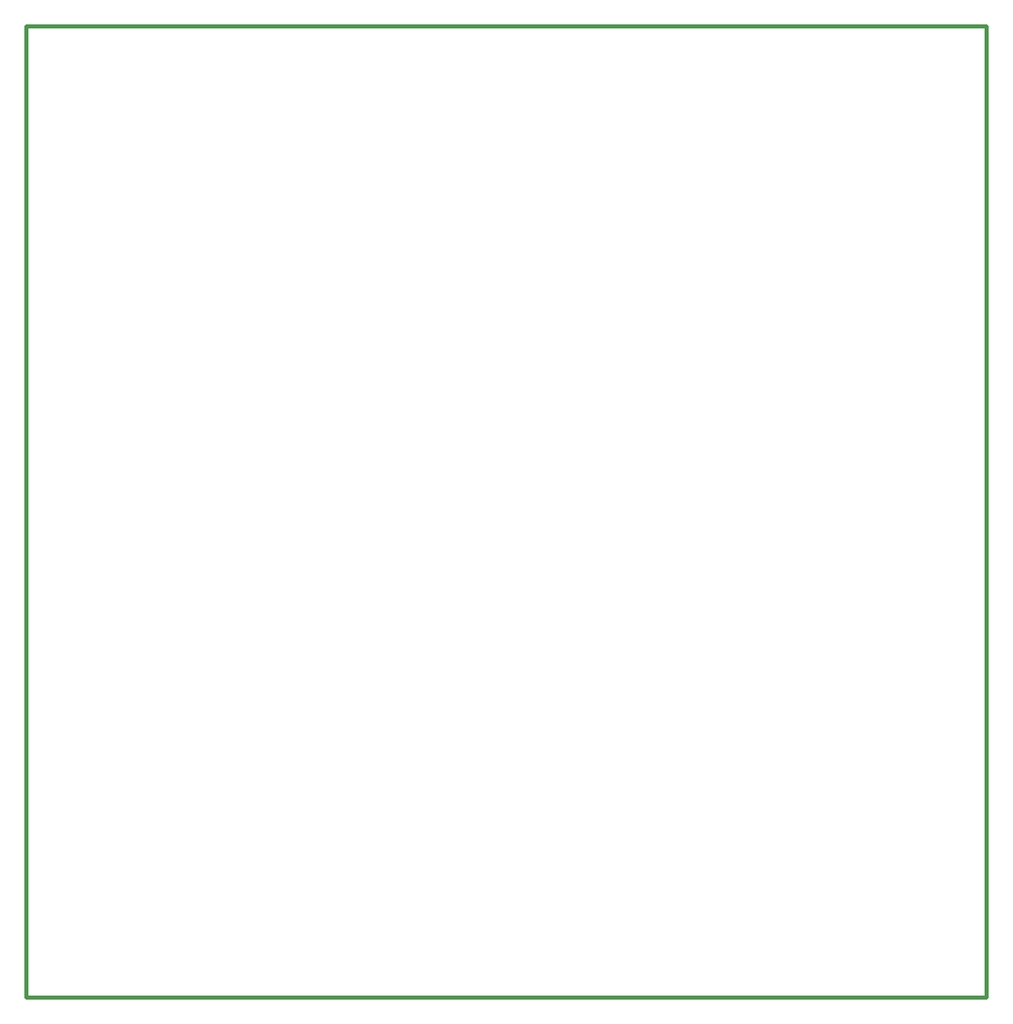
<source format=gm1>
%FSLAX25Y25*%
%MOIN*%
G70*
G01*
G75*
G04 Layer_Color=16711935*
%ADD10C,0.01969*%
%ADD11C,0.01181*%
%ADD12R,0.05906X0.22047*%
%ADD13R,0.06299X0.19291*%
%ADD14R,0.02441X0.02441*%
%ADD15R,0.02559X0.02165*%
%ADD16R,0.02165X0.02559*%
%ADD17R,0.05512X0.03740*%
%ADD18R,0.02441X0.02441*%
%ADD19R,0.07087X0.04528*%
%ADD20R,0.03937X0.03543*%
%ADD21R,0.03543X0.03937*%
%ADD22R,0.04528X0.07087*%
%ADD23R,0.05709X0.04528*%
%ADD24R,0.04528X0.10630*%
%ADD25R,0.04528X0.05709*%
%ADD26R,0.10630X0.04528*%
%ADD27R,0.01654X0.01811*%
%ADD28R,0.01575X0.01575*%
%ADD29R,0.05512X0.04134*%
%ADD30R,0.08661X0.20472*%
%ADD31R,0.23622X0.07874*%
%ADD32R,0.06693X0.02795*%
%ADD33R,0.02795X0.06693*%
%ADD34R,0.01969X0.01969*%
%ADD35R,0.01969X0.01378*%
%ADD36R,0.01969X0.01969*%
%ADD37R,0.01378X0.01969*%
G04:AMPARAMS|DCode=38|XSize=13.78mil|YSize=19.69mil|CornerRadius=0mil|HoleSize=0mil|Usage=FLASHONLY|Rotation=315.000|XOffset=0mil|YOffset=0mil|HoleType=Round|Shape=Rectangle|*
%AMROTATEDRECTD38*
4,1,4,-0.01183,-0.00209,0.00209,0.01183,0.01183,0.00209,-0.00209,-0.01183,-0.01183,-0.00209,0.0*
%
%ADD38ROTATEDRECTD38*%

%ADD39P,0.02784X4X360.0*%
%ADD40R,0.06299X0.02165*%
%ADD41C,0.01378*%
%ADD42O,0.08268X0.01181*%
%ADD43O,0.01181X0.08268*%
%ADD44R,0.03347X0.01181*%
%ADD45R,0.01181X0.03347*%
%ADD46R,0.13386X0.13386*%
%ADD47R,0.03740X0.05512*%
%ADD48R,0.01575X0.00984*%
%ADD49R,0.01969X0.05512*%
%ADD50R,0.00984X0.01575*%
%ADD51R,0.05512X0.01969*%
%ADD52R,0.09449X0.02992*%
%ADD53R,0.03543X0.01575*%
%ADD54R,0.01811X0.01654*%
%ADD55R,0.04724X0.02953*%
%ADD56O,0.02953X0.00984*%
%ADD57O,0.00984X0.02953*%
%ADD58R,0.17716X0.17716*%
%ADD59R,0.07520X0.02992*%
%ADD60R,0.00984X0.01969*%
%ADD61R,0.01969X0.00984*%
%ADD62R,0.09055X0.09055*%
%ADD63C,0.05906*%
%ADD64R,0.10984X0.07559*%
%ADD65R,0.18110X0.22047*%
%ADD66R,0.04134X0.05512*%
%ADD67R,0.07284X0.02913*%
%ADD68R,0.02362X0.02362*%
%ADD69R,0.04528X0.02992*%
%ADD70C,0.00984*%
%ADD71R,0.02756X0.01181*%
%ADD72R,0.06221X0.09252*%
%ADD73O,0.03150X0.00984*%
%ADD74O,0.00984X0.03150*%
%ADD75R,0.18071X0.04370*%
%ADD76R,0.11181X0.12284*%
%ADD77R,0.05276X0.12284*%
%ADD78R,0.06299X0.08268*%
%ADD79R,0.05315X0.01575*%
%ADD80R,0.07480X0.07087*%
%ADD81R,0.01772X0.01378*%
%ADD82R,0.02362X0.07874*%
%ADD83R,0.01181X0.01181*%
%ADD84R,0.02362X0.01181*%
%ADD85R,0.07087X0.02362*%
%ADD86R,0.01772X0.01181*%
%ADD87R,0.01181X0.01772*%
%ADD88R,0.01181X0.01181*%
%ADD89R,0.26772X0.26772*%
%ADD90R,0.01575X0.01575*%
%ADD91R,0.03543X0.01772*%
%ADD92R,0.18898X0.18898*%
%ADD93C,0.00453*%
%ADD94C,0.03150*%
%ADD95C,0.00512*%
%ADD96C,0.01000*%
%ADD97C,0.00394*%
%ADD98C,0.01969*%
%ADD99C,0.01378*%
%ADD100C,0.03937*%
%ADD101C,0.00787*%
%ADD102C,0.00784*%
%ADD103C,0.00996*%
%ADD104C,0.01181*%
%ADD105R,0.09941X0.01870*%
%ADD106R,0.14075X0.03740*%
%ADD107R,0.04823X0.07776*%
%ADD108R,0.08268X0.01476*%
%ADD109R,0.12303X0.06004*%
%ADD110R,0.01181X0.00984*%
%ADD111R,0.03543X0.00787*%
%ADD112R,0.06299X0.00394*%
%ADD113R,0.31693X0.08071*%
%ADD114R,0.16535X0.19291*%
%ADD115R,0.08563X0.19291*%
%ADD116R,0.42224X0.07874*%
%ADD117R,0.03740X0.24016*%
%ADD118R,0.14370X0.08760*%
%ADD119R,0.09843X0.11122*%
%ADD120R,0.60335X0.08465*%
%ADD121R,0.05807X0.33169*%
%ADD122R,0.03740X0.41043*%
%ADD123R,0.04429X0.41240*%
%ADD124R,0.92913X0.01870*%
%ADD125R,0.02430X0.17389*%
%ADD126R,0.34449X0.01969*%
%ADD127R,0.03642X0.11417*%
%ADD128R,0.02431X0.00820*%
%ADD129R,0.04134X0.05413*%
%ADD130R,0.30413X0.06496*%
%ADD131R,0.30709X0.06299*%
%ADD132R,0.30315X0.12008*%
%ADD133R,0.40256X0.05807*%
%ADD134R,0.39961X0.06594*%
%ADD135R,0.00886X0.01280*%
%ADD136R,0.19095X0.03937*%
%ADD137R,0.27756X0.05413*%
%ADD138R,0.30315X0.06102*%
%ADD139R,0.30807X0.08268*%
%ADD140R,0.38091X0.05118*%
%ADD141R,0.38287X0.06398*%
%ADD142R,0.04232X0.02854*%
%ADD143R,0.05315X0.10728*%
%ADD144R,0.10531X0.12598*%
%ADD145R,0.07087X0.21752*%
%ADD146R,0.08465X0.02854*%
%ADD147R,0.02362X0.02264*%
%ADD148R,0.04429X0.02756*%
%ADD149R,0.11713X0.02953*%
%ADD150R,0.09843X0.04134*%
%ADD151R,0.04921X0.18504*%
%ADD152R,0.13189X0.03051*%
%ADD153R,0.06594X0.04232*%
%ADD154R,0.14075X0.03839*%
%ADD155R,0.03839X0.08661*%
%ADD156R,0.10728X0.03445*%
%ADD157R,0.02431X1.19587*%
%ADD158R,0.02264X0.05512*%
%ADD159R,0.03347X0.05315*%
%ADD160R,0.68504X0.02165*%
%ADD161R,0.02165X0.76575*%
%ADD162R,0.25098X0.01969*%
%ADD163R,0.02658X0.42618*%
%ADD164R,0.16043X0.02264*%
%ADD165R,0.02461X0.13189*%
%ADD166R,0.78150X0.02461*%
%ADD167R,0.34842X0.01969*%
%ADD168R,0.02264X0.71752*%
%ADD169R,0.11614X0.04035*%
%ADD170R,0.10925X0.14469*%
%ADD171R,0.19193X0.03051*%
%ADD172R,0.17224X0.04528*%
%ADD173R,0.05315X0.93799*%
%ADD174R,0.13386X0.08169*%
%ADD175R,0.08661X0.12402*%
%ADD176R,0.08465X0.09843*%
%ADD177R,0.09153X0.17224*%
%ADD178R,0.14764X0.11122*%
%ADD179R,0.13976X0.11319*%
%ADD180R,0.02854X0.21358*%
%ADD181R,0.15453X0.49409*%
%ADD182R,0.18996X0.06496*%
%ADD183R,0.06791X1.25492*%
%ADD184R,0.09911X0.06594*%
%ADD185C,0.15748*%
%ADD186C,0.09882*%
%ADD187C,0.06299*%
%ADD188C,0.04803*%
%ADD189C,0.07087*%
%ADD190C,0.07874*%
%ADD191C,0.00591*%
%ADD192C,0.02165*%
%ADD193C,0.01575*%
%ADD194C,0.02598*%
%ADD195C,0.04000*%
%ADD196C,0.13386*%
%ADD197C,0.10669*%
%ADD198C,0.05591*%
%ADD199C,0.05787*%
%ADD200C,0.08071*%
%ADD201C,0.02362*%
%ADD202C,0.03150*%
%ADD203C,0.02559*%
%ADD204C,0.02874*%
%ADD205C,0.00642*%
%ADD206P,0.03452X4X360.0*%
%ADD207R,0.07874X0.23622*%
%ADD208R,0.07087X0.07874*%
%ADD209C,0.00787*%
%ADD210R,0.01614X0.01299*%
%ADD211R,0.10236X0.08661*%
%ADD212R,0.00945X0.03543*%
%ADD213R,0.03543X0.00945*%
%ADD214R,0.05512X0.03937*%
%ADD215R,0.03937X0.02756*%
%ADD216R,0.01969X0.01575*%
%ADD217R,0.01378X0.05118*%
%ADD218R,0.01772X0.05118*%
%ADD219R,0.02362X0.05118*%
%ADD220R,0.08661X0.02913*%
%ADD221R,0.03347X0.01378*%
%ADD222R,0.05079X0.04882*%
%ADD223R,0.07874X0.07087*%
%ADD224R,0.02992X0.06496*%
%ADD225R,0.04724X0.03543*%
%ADD226R,0.03583X0.04803*%
%ADD227R,0.10512X0.10000*%
%ADD228R,0.03000X0.05000*%
%ADD229R,0.07480X0.05512*%
%ADD230R,0.05906X0.03150*%
%ADD231R,0.05512X0.07087*%
%ADD232R,0.01969X0.03248*%
%ADD233R,0.01969X0.01693*%
%ADD234R,0.03071X0.03425*%
%ADD235R,0.01969X0.02756*%
%ADD236R,0.03248X0.28937*%
%ADD237R,0.19193X0.05512*%
%ADD238R,0.02658X0.02953*%
%ADD239R,0.02067X0.02559*%
%ADD240R,0.29232X0.06299*%
%ADD241R,0.16965X0.06606*%
%ADD242R,0.41894X0.10102*%
%ADD243R,0.07284X0.75492*%
%ADD244R,0.02658X1.25984*%
%ADD245R,0.89173X0.01476*%
%ADD246R,0.01476X0.04626*%
%ADD247R,0.51476X0.01378*%
%ADD248R,0.02264X1.46260*%
%ADD249R,0.79823X0.01969*%
%ADD250R,0.02559X0.50984*%
%ADD251R,0.25295X0.01969*%
%ADD252R,0.02165X0.50394*%
%ADD253R,0.13878X0.02264*%
%ADD254R,0.02362X0.28051*%
%ADD255R,0.67618X0.02362*%
%ADD256R,0.34842X0.02067*%
%ADD257R,0.02165X0.73032*%
%ADD258R,0.44783X0.02756*%
%ADD259R,0.11811X0.16732*%
%ADD260R,0.12795X0.08071*%
%ADD261R,0.13681X0.20768*%
%ADD262R,0.23622X0.03740*%
%ADD263R,0.03839X0.93898*%
%ADD264R,0.14862X0.06201*%
%ADD265R,0.14764X0.09153*%
%ADD266R,0.13090X0.08366*%
%ADD267R,0.08465X0.07677*%
%ADD268R,0.13386X0.09055*%
%ADD269R,0.06102X1.26181*%
%ADD270R,0.08268X0.19193*%
%ADD271R,0.15846X0.19488*%
%ADD272R,0.41142X0.08268*%
%ADD273C,0.00984*%
%ADD274C,0.00472*%
%ADD275C,0.02362*%
%ADD276C,0.00100*%
%ADD277C,0.00700*%
%ADD278C,0.00500*%
%ADD279C,0.00591*%
%ADD280R,0.03937X1.20791*%
%ADD281R,0.14370X0.01500*%
%ADD282C,0.02769*%
%ADD283C,0.01981*%
%ADD284R,0.06706X0.22847*%
%ADD285R,0.07099X0.20091*%
%ADD286R,0.03241X0.03241*%
%ADD287R,0.03359X0.02965*%
%ADD288R,0.02965X0.03359*%
%ADD289R,0.06312X0.04540*%
%ADD290R,0.03241X0.03241*%
%ADD291R,0.07887X0.05328*%
%ADD292R,0.04737X0.04343*%
%ADD293R,0.04343X0.04737*%
%ADD294R,0.05328X0.07887*%
%ADD295R,0.06509X0.05328*%
%ADD296R,0.05328X0.11430*%
%ADD297R,0.05328X0.06509*%
%ADD298R,0.11430X0.05328*%
%ADD299R,0.02454X0.02611*%
%ADD300R,0.02375X0.02375*%
%ADD301R,0.06312X0.04934*%
%ADD302R,0.09461X0.21272*%
%ADD303R,0.24422X0.08674*%
%ADD304R,0.07493X0.03595*%
%ADD305R,0.03595X0.07493*%
%ADD306R,0.02769X0.02769*%
%ADD307R,0.02769X0.02178*%
%ADD308R,0.02769X0.02769*%
%ADD309R,0.02178X0.02769*%
G04:AMPARAMS|DCode=310|XSize=21.78mil|YSize=27.69mil|CornerRadius=0mil|HoleSize=0mil|Usage=FLASHONLY|Rotation=315.000|XOffset=0mil|YOffset=0mil|HoleType=Round|Shape=Rectangle|*
%AMROTATEDRECTD310*
4,1,4,-0.01749,-0.00209,0.00209,0.01749,0.01749,0.00209,-0.00209,-0.01749,-0.01749,-0.00209,0.0*
%
%ADD310ROTATEDRECTD310*%

%ADD311P,0.03915X4X360.0*%
%ADD312R,0.07099X0.02965*%
%ADD313C,0.02178*%
%ADD314O,0.09068X0.01981*%
%ADD315O,0.01981X0.09068*%
%ADD316R,0.04147X0.01981*%
%ADD317R,0.01981X0.04147*%
%ADD318R,0.14186X0.14186*%
%ADD319R,0.04540X0.06312*%
%ADD320R,0.02375X0.01784*%
%ADD321R,0.02769X0.06312*%
%ADD322R,0.01784X0.02375*%
%ADD323R,0.06312X0.02769*%
%ADD324R,0.10249X0.03792*%
%ADD325R,0.04343X0.02375*%
%ADD326R,0.02611X0.02454*%
%ADD327R,0.05524X0.03753*%
%ADD328O,0.03753X0.01784*%
%ADD329O,0.01784X0.03753*%
%ADD330R,0.18517X0.18517*%
%ADD331R,0.08320X0.03792*%
%ADD332R,0.01784X0.02769*%
%ADD333R,0.02769X0.01784*%
%ADD334R,0.09855X0.09855*%
%ADD335C,0.06706*%
%ADD336R,0.11784X0.08359*%
%ADD337R,0.18910X0.22847*%
%ADD338R,0.04934X0.06312*%
%ADD339R,0.08083X0.03713*%
%ADD340R,0.03162X0.03162*%
%ADD341R,0.05328X0.03792*%
%ADD342C,0.01784*%
%ADD343R,0.03556X0.01981*%
%ADD344R,0.07021X0.10052*%
%ADD345O,0.03950X0.01784*%
%ADD346O,0.01784X0.03950*%
%ADD347R,0.18871X0.05170*%
%ADD348R,0.11981X0.13084*%
%ADD349R,0.06076X0.13084*%
%ADD350R,0.07099X0.09068*%
%ADD351R,0.06115X0.02375*%
%ADD352R,0.08280X0.07887*%
%ADD353R,0.02572X0.02178*%
%ADD354R,0.03162X0.08674*%
%ADD355R,0.01981X0.01981*%
%ADD356R,0.03162X0.01981*%
%ADD357R,0.07887X0.03162*%
%ADD358R,0.02572X0.01981*%
%ADD359R,0.01981X0.02572*%
%ADD360R,0.01981X0.01981*%
%ADD361R,0.27572X0.27572*%
%ADD362R,0.02375X0.02375*%
%ADD363R,0.04343X0.02572*%
%ADD364R,0.19698X0.19698*%
%ADD365C,0.16548*%
%ADD366C,0.10682*%
%ADD367C,0.07099*%
%ADD368C,0.05603*%
%ADD369C,0.07887*%
%ADD370C,0.08674*%
%ADD371C,0.01391*%
%ADD372C,0.02965*%
%ADD373C,0.02375*%
%ADD374P,0.04583X4X360.0*%
%ADD375R,0.08674X0.24422*%
%ADD376R,0.07887X0.08674*%
%ADD377C,0.01587*%
%ADD378R,0.02414X0.02099*%
%ADD379R,0.11036X0.09461*%
%ADD380R,0.01745X0.04343*%
%ADD381R,0.04343X0.01745*%
%ADD382R,0.06312X0.04737*%
%ADD383R,0.04737X0.03556*%
%ADD384R,0.02769X0.02375*%
%ADD385R,0.02178X0.05918*%
%ADD386R,0.02572X0.05918*%
%ADD387R,0.03162X0.05918*%
%ADD388R,0.09461X0.03713*%
%ADD389R,0.04147X0.02178*%
%ADD390R,0.05879X0.05682*%
%ADD391R,0.08674X0.07887*%
%ADD392R,0.03792X0.07296*%
%ADD393R,0.05524X0.04343*%
%ADD394R,0.04383X0.05603*%
%ADD395R,0.11312X0.10800*%
%ADD396R,0.03800X0.05800*%
%ADD397R,0.08280X0.06312*%
%ADD398R,0.06706X0.03950*%
%ADD399R,0.06312X0.07887*%
%ADD400R,0.02769X0.04048*%
%ADD401R,0.02769X0.02493*%
%ADD402R,0.03871X0.04225*%
%ADD403R,0.02769X0.03556*%
%ADD404C,0.03398*%
%ADD405C,0.01575*%
D98*
X-4626Y468602D02*
Y473228D01*
X468602D01*
Y-5118D02*
Y473228D01*
X-4626Y-5118D02*
X468602D01*
X-4626D02*
Y468602D01*
M02*

</source>
